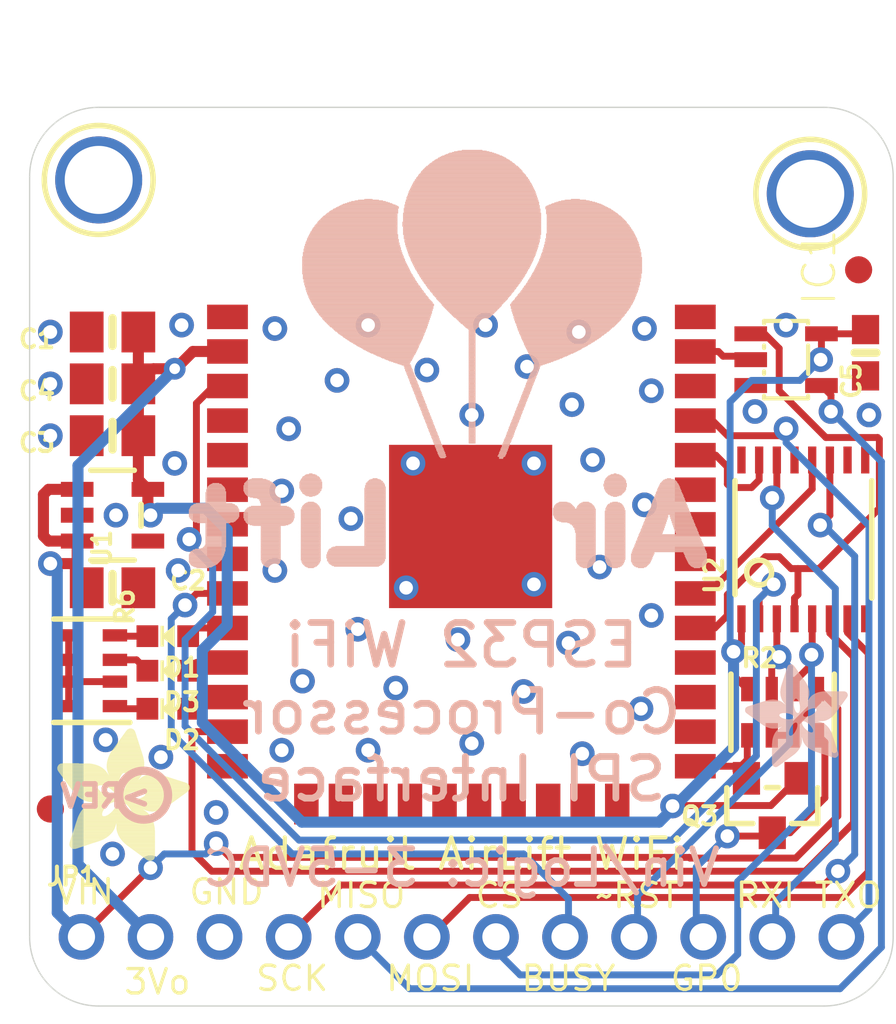
<source format=kicad_pcb>
(kicad_pcb (version 20211014) (generator pcbnew)
  (layers (0 "F.Cu" signal) (1 "In1.Cu" signal) (2 "In2.Cu" signal) (3 "In3.Cu" signal) (4 "In4.Cu" signal) (5 "In5.Cu" signal) (6 "In6.Cu" signal) (7 "In7.Cu" signal) (8 "In8.Cu" signal) (9 "In9.Cu" signal) (10 "In10.Cu" signal) (11 "In11.Cu" signal) (12 "In12.Cu" signal) (13 "In13.Cu" signal) (14 "In14.Cu" signal) (31 "B.Cu" signal) (34 "B.Paste" user) (35 "F.Paste" user) (36 "B.SilkS" user "B.Silkscreen") (37 "F.SilkS" user "F.Silkscreen") (38 "B.Mask" user) (39 "F.Mask" user) (44 "Edge.Cuts" user))
  (net 0 "")
  (net 1 "GND")
  (net 2 "VIN")
  (net 3 "3.3V")
  (net 4 "RESET")
  (net 5 "GPIO0")
  (net 6 "CS_3V")
  (net 7 "RXD")
  (net 8 "ESP_MISO")
  (net 9 "ESP_BUSY")
  (net 10 "SCK")
  (net 11 "MISO")
  (net 12 "MOSI")
  (net 13 "CS")
  (net 14 "RX_3V")
  (net 15 "ESP_TX")
  (net 16 "GPIO0_3V")
  (net 17 "MOSI_3V")
  (net 18 "SCK_3V")
  (net 19 "RESET_3V")
  (net 20 "RED")
  (net 21 "BLUE")
  (net 22 "GREEN")
  (net 23 "N$1")
  (net 24 "N$2")
  (net 25 "N$3")
  (footprint "boardEagle:0805-NO" (layer "F.Cu") (at 135.6741 96.7486 180)
    (fp_text reference "C1" (at 2.032 0.127 180) (layer "F.SilkS") (effects (font (size 0.666496 0.666496) (thickness 0.146304)) (justify right top)))
    (fp_text value "10uF")
    (pad "1" smd rect (at -0.95 0 180) (size 1.24 1.5) (layers "F.Cu" "F.Paste" "F.Mask") (net 3 "3.3V"))
    (pad "2" smd rect (at 0.95 0 180) (size 1.24 1.5) (layers "F.Cu" "F.Paste" "F.Mask") (net 1 "GND"))
  )
  (footprint "boardEagle:0603-NO" (layer "F.Cu") (at 163.3601 97.5106 -90)
    (fp_text reference "C5" (at 1.778 0.127 -90) (layer "F.SilkS") (effects (font (size 0.666496 0.666496) (thickness 0.146304)) (justify left bottom)))
    (fp_text value "0.1uF")
    (pad "1" smd rect (at -0.85 0 270) (size 1.075 1) (layers "F.Cu" "F.Paste" "F.Mask") (net 3 "3.3V"))
    (pad "2" smd rect (at 0.85 0 270) (size 1.075 1) (layers "F.Cu" "F.Paste" "F.Mask") (net 1 "GND"))
  )
  (footprint "boardEagle:SOT23-WIDE" (layer "F.Cu") (at 159.9311 114.1476 180)
    (fp_text reference "Q3" (at 1.905 0 180) (layer "F.SilkS") (effects (font (size 0.666496 0.666496) (thickness 0.146304)) (justify right top)))
    (fp_text value "BSS138")
    (pad "1" smd rect (at -0.95 1 180) (size 1 1.2) (layers "F.Cu" "F.Paste" "F.Mask") (net 3 "3.3V"))
    (pad "2" smd rect (at 0.95 1 180) (size 1 1.2) (layers "F.Cu" "F.Paste" "F.Mask") (net 16 "GPIO0_3V"))
    (pad "3" smd rect (at 0 -1 180) (size 1 1.2) (layers "F.Cu" "F.Paste" "F.Mask") (net 5 "GPIO0"))
  )
  (footprint "boardEagle:SOT23-5" (layer "F.Cu") (at 135.6741 103.4796 -90)
    (fp_text reference "U1" (at 1.978 0 -90) (layer "F.SilkS") (effects (font (size 0.666496 0.666496) (thickness 0.146304)) (justify left bottom)))
    (fp_text value "AP2112-3.3")
    (pad "1" smd rect (at -0.95 1.3001 270) (size 0.55 1.2) (layers "F.Cu" "F.Paste" "F.Mask") (net 2 "VIN"))
    (pad "2" smd rect (at 0 1.3001 270) (size 0.55 1.2) (layers "F.Cu" "F.Paste" "F.Mask") (net 1 "GND"))
    (pad "3" smd rect (at 0.95 1.3001 270) (size 0.55 1.2) (layers "F.Cu" "F.Paste" "F.Mask") (net 2 "VIN"))
    (pad "4" smd rect (at 0.95 -1.3001 270) (size 0.55 1.2) (layers "F.Cu" "F.Paste" "F.Mask"))
    (pad "5" smd rect (at -0.95 -1.3001 270) (size 0.55 1.2) (layers "F.Cu" "F.Paste" "F.Mask") (net 3 "3.3V"))
  )
  (footprint "boardEagle:MOUNTINGHOLE_2.5_PLATED" (layer "F.Cu") (at 161.3281 91.6686)
    (fp_text reference "U$16" hide)
    (fp_text value "MOUNTINGHOLE2.5" hide)
    (pad "P$1" thru_hole circle (at 0 0) (size 3.2 3.2) (drill 2.5) (layers *.Cu *.Mask))
  )
  (footprint "boardEagle:0805-NO" (layer "F.Cu") (at 135.6741 98.6536 180)
    (fp_text reference "C4" (at 2.032 0.127 180) (layer "F.SilkS") (effects (font (size 0.666496 0.666496) (thickness 0.146304)) (justify right top)))
    (fp_text value "10uF")
    (pad "1" smd rect (at -0.95 0 180) (size 1.24 1.5) (layers "F.Cu" "F.Paste" "F.Mask") (net 3 "3.3V"))
    (pad "2" smd rect (at 0.95 0 180) (size 1.24 1.5) (layers "F.Cu" "F.Paste" "F.Mask") (net 1 "GND"))
  )
  (footprint "boardEagle:FIDUCIAL_1MM" (layer "F.Cu") (at 133.3881 114.2746)
    (fp_text reference "FID1" hide)
    (fp_text value "FIDUCIAL_1MM" hide)
    (pad "1" smd roundrect (at 0 0) (size 1 1) (layers "F.Cu" "F.Mask") (roundrect_rratio 0.5))
  )
  (footprint "boardEagle:TSSOP16" (layer "F.Cu") (at 161.0741 104.3686)
    (fp_text reference "U2" (at -2.8956 2.0828 90) (layer "F.SilkS") (effects (font (size 0.666496 0.666496) (thickness 0.146304)) (justify left bottom)))
    (fp_text value "74AHC4050")
    (pad "1" smd rect (at -2.275 2.9178) (size 0.3048 0.9906) (layers "F.Cu" "F.Paste" "F.Mask") (net 3 "3.3V"))
    (pad "2" smd rect (at -1.625 2.9178) (size 0.3048 0.9906) (layers "F.Cu" "F.Paste" "F.Mask") (net 19 "RESET_3V"))
    (pad "3" smd rect (at -0.975 2.9178) (size 0.3048 0.9906) (layers "F.Cu" "F.Paste" "F.Mask") (net 4 "RESET"))
    (pad "4" smd rect (at -0.325 2.9178) (size 0.3048 0.9906) (layers "F.Cu" "F.Paste" "F.Mask") (net 6 "CS_3V"))
    (pad "5" smd rect (at 0.325 2.9178) (size 0.3048 0.9906) (layers "F.Cu" "F.Paste" "F.Mask") (net 13 "CS"))
    (pad "6" smd rect (at 0.975 2.9178) (size 0.3048 0.9906) (layers "F.Cu" "F.Paste" "F.Mask") (net 17 "MOSI_3V"))
    (pad "7" smd rect (at 1.625 2.9178) (size 0.3048 0.9906) (layers "F.Cu" "F.Paste" "F.Mask") (net 12 "MOSI"))
    (pad "8" smd rect (at 2.275 2.9178) (size 0.3048 0.9906) (layers "F.Cu" "F.Paste" "F.Mask") (net 1 "GND"))
    (pad "9" smd rect (at 2.275 -2.9178) (size 0.3048 0.9906) (layers "F.Cu" "F.Paste" "F.Mask"))
    (pad "10" smd rect (at 1.625 -2.9178) (size 0.3048 0.9906) (layers "F.Cu" "F.Paste" "F.Mask"))
    (pad "11" smd rect (at 0.975 -2.9178) (size 0.3048 0.9906) (layers "F.Cu" "F.Paste" "F.Mask") (net 10 "SCK"))
    (pad "12" smd rect (at 0.325 -2.9178) (size 0.3048 0.9906) (layers "F.Cu" "F.Paste" "F.Mask") (net 18 "SCK_3V"))
    (pad "13" smd rect (at -0.325 -2.9178) (size 0.3048 0.9906) (layers "F.Cu" "F.Paste" "F.Mask"))
    (pad "14" smd rect (at -0.975 -2.9178) (size 0.3048 0.9906) (layers "F.Cu" "F.Paste" "F.Mask") (net 7 "RXD"))
    (pad "15" smd rect (at -1.625 -2.9178) (size 0.3048 0.9906) (layers "F.Cu" "F.Paste" "F.Mask") (net 14 "RX_3V"))
    (pad "16" smd rect (at -2.275 -2.9178) (size 0.3048 0.9906) (layers "F.Cu" "F.Paste" "F.Mask"))
  )
  (footprint "boardEagle:WROOM32" (layer "F.Cu") (at 148.5011 101.1936)
    (fp_text reference "X1" hide)
    (fp_text value "ESP32_WROOM32" hide)
    (pad "1" smd rect (at -8.6 -5 180) (size 1.5 0.9) (layers "F.Cu" "F.Paste" "F.Mask") (net 1 "GND"))
    (pad "2" smd rect (at -8.6 -3.73 180) (size 1.5 0.9) (layers "F.Cu" "F.Paste" "F.Mask") (net 3 "3.3V"))
    (pad "3" smd rect (at -8.6 -2.46 180) (size 1.5 0.9) (layers "F.Cu" "F.Paste" "F.Mask") (net 19 "RESET_3V"))
    (pad "4" smd rect (at -8.6 -1.19 180) (size 1.5 0.9) (layers "F.Cu" "F.Paste" "F.Mask"))
    (pad "5" smd rect (at -8.6 0.08 180) (size 1.5 0.9) (layers "F.Cu" "F.Paste" "F.Mask"))
    (pad "6" smd rect (at -8.6 1.35 180) (size 1.5 0.9) (layers "F.Cu" "F.Paste" "F.Mask"))
    (pad "7" smd rect (at -8.6 2.62 180) (size 1.5 0.9) (layers "F.Cu" "F.Paste" "F.Mask"))
    (pad "8" smd rect (at -8.6 3.89 180) (size 1.5 0.9) (layers "F.Cu" "F.Paste" "F.Mask"))
    (pad "9" smd rect (at -8.6 5.16 180) (size 1.5 0.9) (layers "F.Cu" "F.Paste" "F.Mask") (net 9 "ESP_BUSY"))
    (pad "10" smd rect (at -8.6 6.43 180) (size 1.5 0.9) (layers "F.Cu" "F.Paste" "F.Mask") (net 22 "GREEN"))
    (pad "11" smd rect (at -8.6 7.7 180) (size 1.5 0.9) (layers "F.Cu" "F.Paste" "F.Mask") (net 20 "RED"))
    (pad "12" smd rect (at -8.6 8.97 180) (size 1.5 0.9) (layers "F.Cu" "F.Paste" "F.Mask") (net 21 "BLUE"))
    (pad "13" smd rect (at -8.6 10.24 180) (size 1.5 0.9) (layers "F.Cu" "F.Paste" "F.Mask") (net 17 "MOSI_3V"))
    (pad "14" smd rect (at -8.6 11.51 180) (size 1.5 0.9) (layers "F.Cu" "F.Paste" "F.Mask"))
    (pad "15" smd rect (at -5.7 12.9 270) (size 1.5 0.9) (layers "F.Cu" "F.Paste" "F.Mask") (net 1 "GND"))
    (pad "16" smd rect (at -4.43 12.9 270) (size 1.5 0.9) (layers "F.Cu" "F.Paste" "F.Mask"))
    (pad "17" smd rect (at -3.16 12.9 270) (size 1.5 0.9) (layers "F.Cu" "F.Paste" "F.Mask"))
    (pad "18" smd rect (at -1.89 12.9 270) (size 1.5 0.9) (layers "F.Cu" "F.Paste" "F.Mask"))
    (pad "19" smd rect (at -0.62 12.9 270) (size 1.5 0.9) (layers "F.Cu" "F.Paste" "F.Mask"))
    (pad "20" smd rect (at 0.65 12.9 270) (size 1.5 0.9) (layers "F.Cu" "F.Paste" "F.Mask"))
    (pad "21" smd rect (at 1.92 12.9 270) (size 1.5 0.9) (layers "F.Cu" "F.Paste" "F.Mask"))
    (pad "22" smd rect (at 3.19 12.9 270) (size 1.5 0.9) (layers "F.Cu" "F.Paste" "F.Mask"))
    (pad "23" smd rect (at 4.46 12.9 270) (size 1.5 0.9) (layers "F.Cu" "F.Paste" "F.Mask"))
    (pad "24" smd rect (at 5.73 12.9 270) (size 1.5 0.9) (layers "F.Cu" "F.Paste" "F.Mask"))
    (pad "25" smd rect (at 8.6 11.51) (size 1.5 0.9) (layers "F.Cu" "F.Paste" "F.Mask") (net 16 "GPIO0_3V"))
    (pad "26" smd rect (at 8.6 10.24) (size 1.5 0.9) (layers "F.Cu" "F.Paste" "F.Mask"))
    (pad "27" smd rect (at 8.6 8.97) (size 1.5 0.9) (layers "F.Cu" "F.Paste" "F.Mask"))
    (pad "28" smd rect (at 8.6 7.7) (size 1.5 0.9) (layers "F.Cu" "F.Paste" "F.Mask"))
    (pad "29" smd rect (at 8.6 6.43) (size 1.5 0.9) (layers "F.Cu" "F.Paste" "F.Mask") (net 6 "CS_3V"))
    (pad "30" smd rect (at 8.6 5.16) (size 1.5 0.9) (layers "F.Cu" "F.Paste" "F.Mask") (net 18 "SCK_3V"))
    (pad "31" smd rect (at 8.6 3.89) (size 1.5 0.9) (layers "F.Cu" "F.Paste" "F.Mask"))
    (pad "32" smd rect (at 8.6 2.62) (size 1.5 0.9) (layers "F.Cu" "F.Paste" "F.Mask"))
    (pad "33" smd rect (at 8.6 1.35) (size 1.5 0.9) (layers "F.Cu" "F.Paste" "F.Mask"))
    (pad "34" smd rect (at 8.6 0.08) (size 1.5 0.9) (layers "F.Cu" "F.Paste" "F.Mask") (net 14 "RX_3V"))
    (pad "35" smd rect (at 8.6 -1.19) (size 1.5 0.9) (layers "F.Cu" "F.Paste" "F.Mask") (net 15 "ESP_TX"))
    (pad "36" smd rect (at 8.6 -2.46) (size 1.5 0.9) (layers "F.Cu" "F.Paste" "F.Mask"))
    (pad "37" smd rect (at 8.6 -3.73) (size 1.5 0.9) (layers "F.Cu" "F.Paste" "F.Mask") (net 8 "ESP_MISO"))
    (pad "38" smd rect (at 8.6 -5) (size 1.5 0.9) (layers "F.Cu" "F.Paste" "F.Mask") (net 1 "GND"))
    (pad "P$1" smd rect (at 0.34 2.7) (size 6 6) (layers "F.Cu" "F.Paste" "F.Mask") (net 1 "GND"))
  )
  (footprint "boardEagle:CHIPLED_0603_NOOUTLINE" (layer "F.Cu") (at 137.7061 107.9246 90)
    (fp_text reference "D1" (at -0.762 1.27 180) (layer "F.SilkS") (effects (font (size 0.666496 0.666496) (thickness 0.146304)) (justify right top)))
    (fp_text value "GREEN")
    (pad "A" smd rect (at 0 0.75 90) (size 0.8 0.8) (layers "F.Cu" "F.Paste" "F.Mask") (net 22 "GREEN"))
    (pad "C" smd rect (at 0 -0.75 90) (size 0.8 0.8) (layers "F.Cu" "F.Paste" "F.Mask") (net 24 "N$2"))
  )
  (footprint "boardEagle:ADAFRUIT_5MM" (layer "F.Cu") (at 133.6421 116.1796)
    (fp_text reference "U$21" hide)
    (fp_text value "" hide)
  )
  (footprint "boardEagle:1X12_ROUND" (layer "F.Cu") (at 148.5011 118.9736)
    (fp_text reference "JP1" (at -15.3162 -1.8288) (layer "F.SilkS") (effects (font (size 0.666496 0.666496) (thickness 0.146304)) (justify left bottom)))
    (fp_text value "")
    (pad "1" thru_hole circle (at -13.97 0 90) (size 1.6764 1.6764) (drill 1) (layers *.Cu *.Mask) (net 2 "VIN"))
    (pad "2" thru_hole circle (at -11.43 0 90) (size 1.6764 1.6764) (drill 1) (layers *.Cu *.Mask) (net 3 "3.3V"))
    (pad "3" thru_hole circle (at -8.89 0 90) (size 1.6764 1.6764) (drill 1) (layers *.Cu *.Mask) (net 1 "GND"))
    (pad "4" thru_hole circle (at -6.35 0 90) (size 1.6764 1.6764) (drill 1) (layers *.Cu *.Mask) (net 10 "SCK"))
    (pad "5" thru_hole circle (at -3.81 0 90) (size 1.6764 1.6764) (drill 1) (layers *.Cu *.Mask) (net 11 "MISO"))
    (pad "6" thru_hole circle (at -1.27 0 90) (size 1.6764 1.6764) (drill 1) (layers *.Cu *.Mask) (net 12 "MOSI"))
    (pad "7" thru_hole circle (at 1.27 0 90) (size 1.6764 1.6764) (drill 1) (layers *.Cu *.Mask) (net 13 "CS"))
    (pad "8" thru_hole circle (at 3.81 0 90) (size 1.6764 1.6764) (drill 1) (layers *.Cu *.Mask) (net 9 "ESP_BUSY"))
    (pad "9" thru_hole circle (at 6.35 0 90) (size 1.6764 1.6764) (drill 1) (layers *.Cu *.Mask) (net 4 "RESET"))
    (pad "10" thru_hole circle (at 8.89 0 90) (size 1.6764 1.6764) (drill 1) (layers *.Cu *.Mask) (net 5 "GPIO0"))
    (pad "11" thru_hole circle (at 11.43 0 90) (size 1.6764 1.6764) (drill 1) (layers *.Cu *.Mask) (net 7 "RXD"))
    (pad "12" thru_hole circle (at 13.97 0 90) (size 1.6764 1.6764) (drill 1) (layers *.Cu *.Mask) (net 15 "ESP_TX"))
  )
  (footprint "boardEagle:RESPACK_4X0603" (layer "F.Cu") (at 134.9121 109.1946 -90)
    (fp_text reference "R6" (at -1.6 -1.6 -90) (layer "F.SilkS") (effects (font (size 0.666496 0.666496) (thickness 0.146304)) (justify left bottom)))
    (fp_text value "1K")
    (pad "1" smd rect (at -1.3 0.85 270) (size 0.45 0.9) (layers "F.Cu" "F.Paste" "F.Mask") (net 1 "GND"))
    (pad "2" smd rect (at -0.4 0.85 270) (size 0.45 0.9) (layers "F.Cu" "F.Paste" "F.Mask") (net 1 "GND"))
    (pad "3" smd rect (at 0.4 0.85 270) (size 0.45 0.9) (layers "F.Cu" "F.Paste" "F.Mask") (net 1 "GND"))
    (pad "4" smd rect (at 1.3 0.85 270) (size 0.45 0.9) (layers "F.Cu" "F.Paste" "F.Mask") (net 1 "GND"))
    (pad "5" smd rect (at 1.3 -0.85 270) (size 0.45 0.9) (layers "F.Cu" "F.Paste" "F.Mask") (net 25 "N$3"))
    (pad "6" smd rect (at 0.4 -0.85 270) (size 0.45 0.9) (layers "F.Cu" "F.Paste" "F.Mask") (net 1 "GND"))
    (pad "7" smd rect (at -0.4 -0.85 270) (size 0.45 0.9) (layers "F.Cu" "F.Paste" "F.Mask") (net 23 "N$1"))
    (pad "8" smd rect (at -1.3 -0.85 270) (size 0.45 0.9) (layers "F.Cu" "F.Paste" "F.Mask") (net 24 "N$2"))
  )
  (footprint "boardEagle:SOT23-5L" (layer "F.Cu") (at 160.4391 97.7646 -90)
    (fp_text reference "IC1" (at -1.905 -1.905 -90) (layer "F.SilkS") (effects (font (size 1.1684 1.1684) (thickness 0.1016)) (justify left bottom)))
    (fp_text value "74AHC1G125")
    (pad "1" smd rect (at -0.95 1.3 270) (size 0.55 1.2) (layers "F.Cu" "F.Paste" "F.Mask") (net 6 "CS_3V"))
    (pad "2" smd rect (at 0 1.3 270) (size 0.55 1.2) (layers "F.Cu" "F.Paste" "F.Mask") (net 8 "ESP_MISO"))
    (pad "3" smd rect (at 0.95 1.3 270) (size 0.55 1.2) (layers "F.Cu" "F.Paste" "F.Mask") (net 1 "GND"))
    (pad "4" smd rect (at 0.95 -1.3 270) (size 0.55 1.2) (layers "F.Cu" "F.Paste" "F.Mask") (net 11 "MISO"))
    (pad "5" smd rect (at -0.95 -1.3 270) (size 0.55 1.2) (layers "F.Cu" "F.Paste" "F.Mask") (net 3 "3.3V"))
  )
  (footprint "boardEagle:RESPACK_4X0603" (layer "F.Cu") (at 160.3121 110.7186)
    (fp_text reference "R2" (at -1.6 -1.6) (layer "F.SilkS") (effects (font (size 0.666496 0.666496) (thickness 0.146304)) (justify left bottom)))
    (fp_text value "10K")
    (pad "1" smd rect (at -1.3 0.85) (size 0.45 0.9) (layers "F.Cu" "F.Paste" "F.Mask") (net 16 "GPIO0_3V"))
    (pad "2" smd rect (at -0.4 0.85) (size 0.45 0.9) (layers "F.Cu" "F.Paste" "F.Mask") (net 2 "VIN"))
    (pad "3" smd rect (at 0.4 0.85) (size 0.45 0.9) (layers "F.Cu" "F.Paste" "F.Mask") (net 2 "VIN"))
    (pad "4" smd rect (at 1.3 0.85) (size 0.45 0.9) (layers "F.Cu" "F.Paste" "F.Mask") (net 5 "GPIO0"))
    (pad "5" smd rect (at 1.3 -0.85) (size 0.45 0.9) (layers "F.Cu" "F.Paste" "F.Mask") (net 2 "VIN"))
    (pad "6" smd rect (at 0.4 -0.85) (size 0.45 0.9) (layers "F.Cu" "F.Paste" "F.Mask") (net 13 "CS"))
    (pad "7" smd rect (at -0.4 -0.85) (size 0.45 0.9) (layers "F.Cu" "F.Paste" "F.Mask") (net 4 "RESET"))
    (pad "8" smd rect (at -1.3 -0.85) (size 0.45 0.9) (layers "F.Cu" "F.Paste" "F.Mask") (net 3 "3.3V"))
  )
  (footprint "boardEagle:CHIPLED_0603_NOOUTLINE" (layer "F.Cu") (at 137.7061 109.1946 90)
    (fp_text reference "D3" (at -0.762 1.27 180) (layer "F.SilkS") (effects (font (size 0.666496 0.666496) (thickness 0.146304)) (justify right top)))
    (fp_text value "RED")
    (pad "A" smd rect (at 0 0.75 90) (size 0.8 0.8) (layers "F.Cu" "F.Paste" "F.Mask") (net 20 "RED"))
    (pad "C" smd rect (at 0 -0.75 90) (size 0.8 0.8) (layers "F.Cu" "F.Paste" "F.Mask") (net 23 "N$1"))
  )
  (footprint "boardEagle:CHIPLED_0603_NOOUTLINE" (layer "F.Cu") (at 137.7061 110.5916 90)
    (fp_text reference "D2" (at -0.762 1.27 180) (layer "F.SilkS") (effects (font (size 0.666496 0.666496) (thickness 0.146304)) (justify right top)))
    (fp_text value "BLUE")
    (pad "A" smd rect (at 0 0.75 90) (size 0.8 0.8) (layers "F.Cu" "F.Paste" "F.Mask") (net 21 "BLUE"))
    (pad "C" smd rect (at 0 -0.75 90) (size 0.8 0.8) (layers "F.Cu" "F.Paste" "F.Mask") (net 25 "N$3"))
  )
  (footprint "boardEagle:0805-NO" (layer "F.Cu") (at 135.6741 106.1466)
    (fp_text reference "C2" (at 2.032 0.127) (layer "F.SilkS") (effects (font (size 0.666496 0.666496) (thickness 0.146304)) (justify left bottom)))
    (fp_text value "10uF")
    (pad "1" smd rect (at -0.95 0) (size 1.24 1.5) (layers "F.Cu" "F.Paste" "F.Mask") (net 2 "VIN"))
    (pad "2" smd rect (at 0.95 0) (size 1.24 1.5) (layers "F.Cu" "F.Paste" "F.Mask") (net 1 "GND"))
  )
  (footprint "boardEagle:FIDUCIAL_1MM" (layer "F.Cu") (at 163.1061 94.4626)
    (fp_text reference "FID3" hide)
    (fp_text value "FIDUCIAL_1MM" hide)
    (pad "1" smd roundrect (at 0 0) (size 1 1) (layers "F.Cu" "F.Mask") (roundrect_rratio 0.5))
  )
  (footprint "boardEagle:MOUNTINGHOLE_2.5_PLATED" (layer "F.Cu") (at 135.1661 91.1606)
    (fp_text reference "U$15" hide)
    (fp_text value "MOUNTINGHOLE2.5" hide)
    (pad "P$1" thru_hole circle (at 0 0) (size 3.2 3.2) (drill 2.5) (layers *.Cu *.Mask))
  )
  (footprint "boardEagle:0805-NO" (layer "F.Cu") (at 135.6741 100.5586 180)
    (fp_text reference "C3" (at 2.032 0.127 180) (layer "F.SilkS") (effects (font (size 0.666496 0.666496) (thickness 0.146304)) (justify right top)))
    (fp_text value "10uF")
    (pad "1" smd rect (at -0.95 0 180) (size 1.24 1.5) (layers "F.Cu" "F.Paste" "F.Mask") (net 3 "3.3V"))
    (pad "2" smd rect (at 0.95 0 180) (size 1.24 1.5) (layers "F.Cu" "F.Paste" "F.Mask") (net 1 "GND"))
  )
  (footprint "boardEagle:AIRLIFT" (layer "B.Cu") (at 157.5181 106.7816 180)
    (fp_text reference "U$24" hide)
    (fp_text value "" hide)
  )
  (footprint "boardEagle:PCBFEAT-REV-040" (layer "B.Cu") (at 136.8171 113.7666 180)
    (fp_text reference "U$13" hide)
    (fp_text value "" hide)
    (fp_text user ">REV" (at -0.3556 -0.508) (layer "B.SilkS") (effects (font (size 0.8128 0.8128) (thickness 0.2032)) (justify left bottom mirror)))
  )
  (footprint "boardEagle:ADAFRUIT_3.5MM" (layer "B.Cu") (at 162.7251 112.7506 180)
    (fp_text reference "U$2" hide)
    (fp_text value "" hide)
  )
  (gr_arc (start 164.3761 118.9736) (mid 163.632151 120.769651) (end 161.8361 121.5136) (layer "Edge.Cuts") (width 0.05))
  (gr_line (start 164.3761 118.9736) (end 164.3761 91.0336) (layer "Edge.Cuts") (width 0.05))
  (gr_line (start 132.6261 91.0336) (end 132.6261 118.9736) (layer "Edge.Cuts") (width 0.05))
  (gr_arc (start 161.8361 88.4936) (mid 163.632151 89.237549) (end 164.3761 91.0336) (layer "Edge.Cuts") (width 0.05))
  (gr_arc (start 135.1661 121.5136) (mid 133.370049 120.769651) (end 132.6261 118.9736) (layer "Edge.Cuts") (width 0.05))
  (gr_line (start 161.8361 88.4936) (end 135.1661 88.4936) (layer "Edge.Cuts") (width 0.05))
  (gr_line (start 135.1661 121.5136) (end 161.8361 121.5136) (layer "Edge.Cuts") (width 0.05))
  (gr_arc (start 132.6261 91.0336) (mid 133.370049 89.237549) (end 135.1661 88.4936) (layer "Edge.Cuts") (width 0.05))
  (gr_text "ESP32 WiFi\nCo-Processor\nSPI Interface" (at 148.5011 110.7186) (layer "B.SilkS") (effects (font (size 1.52908 1.52908) (thickness 0.24892)) (justify mirror)))
  (gr_text "Vin/Logic: 3-5VDC" (at 148.5011 116.4336) (layer "B.SilkS") (effects (font (size 1.31064 1.31064) (thickness 0.21336)) (justify mirror)))
  (gr_text "RXI" (at 159.6771 117.4496) (layer "F.SilkS") (effects (font (size 0.89408 0.89408) (thickness 0.12192))))
  (gr_text "MISO" (at 144.8181 117.4496) (layer "F.SilkS") (effects (font (size 0.89408 0.89408) (thickness 0.12192))))
  (gr_text "GND" (at 139.8651 117.3226) (layer "F.SilkS") (effects (font (size 0.89408 0.89408) (thickness 0.12192))))
  (gr_text "~RST" (at 154.9781 117.4496) (layer "F.SilkS") (effects (font (size 0.89408 0.89408) (thickness 0.12192))))
  (gr_text "3Vo" (at 137.3251 120.6246) (layer "F.SilkS") (effects (font (size 0.89408 0.89408) (thickness 0.12192))))
  (gr_text "BUSY" (at 152.4381 120.4976) (layer "F.SilkS") (effects (font (size 0.89408 0.89408) (thickness 0.12192))))
  (gr_text "CS" (at 149.8981 117.4496) (layer "F.SilkS") (effects (font (size 0.89408 0.89408) (thickness 0.12192))))
  (gr_text "VIN" (at 134.6581 117.3226) (layer "F.SilkS") (effects (font (size 0.89408 0.89408) (thickness 0.12192))))
  (gr_text "TXO" (at 162.7251 117.4496) (layer "F.SilkS") (effects (font (size 0.89408 0.89408) (thickness 0.12192))))
  (gr_text "SCK" (at 142.2781 120.4976) (layer "F.SilkS") (effects (font (size 0.89408 0.89408) (thickness 0.12192))))
  (gr_text "Adafruit AirLift WiFi" (at 148.5011 115.9256) (layer "F.SilkS") (effects (font (size 1.1176 1.1176) (thickness 0.1524))))
  (gr_text "GP0" (at 157.5181 120.4976) (layer "F.SilkS") (effects (font (size 0.89408 0.89408) (thickness 0.12192))))
  (gr_text "MOSI" (at 147.3581 120.4976) (layer "F.SilkS") (effects (font (size 0.89408 0.89408) (thickness 0.12192))))
  (segment (start 134.0621 108.7946) (end 134.0621 109.5946) (width 0.254) (layer "F.Cu") (net 1))
  (segment (start 135.7621 109.5946) (end 134.0621 109.5946) (width 0.254) (layer "F.Cu") (net 1))
  (segment (start 134.0621 107.8946) (end 134.0621 108.7946) (width 0.254) (layer "F.Cu") (net 1))
  (segment (start 134.0621 109.5946) (end 134.0621 110.4946) (width 0.254) (layer "F.Cu") (net 1))
  (via (at 143.9291 98.5266) (size 0.9064) (drill 0.5) (layers "F.Cu" "B.Cu") (net 1))
  (via (at 144.6911 107.6706) (size 0.9064) (drill 0.5) (layers "F.Cu" "B.Cu") (net 1))
  (via (at 141.8971 102.5906) (size 0.9064) (drill 0.5) (layers "F.Cu" "B.Cu") (net 1))
  (via (at 139.4841 114.4016) (size 0.9064) (drill 0.5) (layers "F.Cu" "B.Cu") (net 1))
  (via (at 135.6741 115.9256) (size 0.9064) (drill 0.5) (layers "F.Cu" "B.Cu") (net 1))
  (via (at 160.4391 96.4946) (size 0.9064) (drill 0.5) (layers "F.Cu" "B.Cu") (net 1))
  (via (at 137.9601 101.5746) (size 0.9064) (drill 0.5) (layers "F.Cu" "B.Cu") (net 1))
  (via (at 146.0881 109.8296) (size 0.9064) (drill 0.5) (layers "F.Cu" "B.Cu") (net 1))
  (via (at 155.4861 98.9076) (size 0.9064) (drill 0.5) (layers "F.Cu" "B.Cu") (net 1))
  (via (at 152.5651 99.4156) (size 0.9064) (drill 0.5) (layers "F.Cu" "B.Cu") (net 1))
  (via (at 148.8821 99.7966) (size 0.9064) (drill 0.5) (layers "F.Cu" "B.Cu") (net 1))
  (via (at 152.4381 108.1786) (size 0.9064) (drill 0.5) (layers "F.Cu" "B.Cu") (net 1))
  (via (at 155.1051 110.5916) (size 0.9064) (drill 0.5) (layers "F.Cu" "B.Cu") (net 1))
  (via (at 137.4521 112.3696) (size 0.9064) (drill 0.5) (layers "F.Cu" "B.Cu") (net 1))
  (via (at 133.3881 96.7486) (size 0.9064) (drill 0.5) (layers "F.Cu" "B.Cu") (net 1))
  (via (at 145.0721 112.1156) (size 0.9064) (drill 0.5) (layers "F.Cu" "B.Cu") (net 1))
  (via (at 146.7231 101.5746) (size 0.9064) (drill 0.5) (layers "F.Cu" "B.Cu") (net 1))
  (via (at 135.4201 111.7346) (size 0.9064) (drill 0.5) (layers "F.Cu" "B.Cu") (net 1))
  (via (at 148.3741 108.0516) (size 0.9064) (drill 0.5) (layers "F.Cu" "B.Cu") (net 1))
  (via (at 151.1681 101.5746) (size 0.9064) (drill 0.5) (layers "F.Cu" "B.Cu") (net 1))
  (via (at 141.8971 112.1156) (size 0.9064) (drill 0.5) (layers "F.Cu" "B.Cu") (net 1))
  (via (at 155.4861 107.1626) (size 0.9064) (drill 0.5) (layers "F.Cu" "B.Cu") (net 1))
  (via (at 149.3901 96.4946) (size 0.9064) (drill 0.5) (layers "F.Cu" "B.Cu") (net 1))
  (via (at 150.9141 98.0186) (size 0.9064) (drill 0.5) (layers "F.Cu" "B.Cu") (net 1))
  (via (at 141.6431 96.6216) (size 0.9064) (drill 0.5) (layers "F.Cu" "B.Cu") (net 1))
  (via (at 138.0871 105.5116) (size 0.9064) (drill 0.5) (layers "F.Cu" "B.Cu") (net 1))
  (via (at 152.9461 112.2426) (size 0.9064) (drill 0.5) (layers "F.Cu" "B.Cu") (net 1))
  (via (at 150.7871 109.9566) (size 0.9064) (drill 0.5) (layers "F.Cu" "B.Cu") (net 1))
  (via (at 155.2321 96.6216) (size 0.9064) (drill 0.5) (layers "F.Cu" "B.Cu") (net 1))
  (via (at 133.3881 100.5586) (size 0.9064) (drill 0.5) (layers "F.Cu" "B.Cu") (net 1))
  (via (at 135.8011 103.4796) (size 0.9064) (drill 0.5) (layers "F.Cu" "B.Cu") (net 1))
  (via (at 133.3881 98.6536) (size 0.9064) (drill 0.5) (layers "F.Cu" "B.Cu") (net 1))
  (via (at 159.2961 99.6696) (size 0.9064) (drill 0.5) (layers "F.Cu" "B.Cu") (net 1))
  (via (at 141.6431 105.5116) (size 0.9064) (drill 0.5) (layers "F.Cu" "B.Cu") (net 1))
  (via (at 148.8821 111.8616) (size 0.9064) (drill 0.5) (layers "F.Cu" "B.Cu") (net 1))
  (via (at 155.2321 103.0986) (size 0.9064) (drill 0.5) (layers "F.Cu" "B.Cu") (net 1))
  (via (at 151.1681 106.0196) (size 0.9064) (drill 0.5) (layers "F.Cu" "B.Cu") (net 1))
  (via (at 145.0721 96.4946) (size 0.9064) (drill 0.5) (layers "F.Cu" "B.Cu") (net 1))
  (via (at 142.1511 100.3046) (size 0.9064) (drill 0.5) (layers "F.Cu" "B.Cu") (net 1))
  (via (at 152.8191 96.7486) (size 0.9064) (drill 0.5) (layers "F.Cu" "B.Cu") (net 1))
  (via (at 142.6591 109.5756) (size 0.9064) (drill 0.5) (layers "F.Cu" "B.Cu") (net 1))
  (via (at 153.5811 105.3846) (size 0.9064) (drill 0.5) (layers "F.Cu" "B.Cu") (net 1))
  (via (at 146.4691 106.1466) (size 0.9064) (drill 0.5) (layers "F.Cu" "B.Cu") (net 1))
  (via (at 147.2311 98.1456) (size 0.9064) (drill 0.5) (layers "F.Cu" "B.Cu") (net 1))
  (via (at 163.4871 99.7966) (size 0.9064) (drill 0.5) (layers "F.Cu" "B.Cu") (net 1))
  (via (at 153.3271 101.4476) (size 0.9064) (drill 0.5) (layers "F.Cu" "B.Cu") (net 1))
  (via (at 138.2141 96.4946) (size 0.9064) (drill 0.5) (layers "F.Cu" "B.Cu") (net 1))
  (via (at 144.4371 103.6066) (size 0.9064) (drill 0.5) (layers "F.Cu" "B.Cu") (net 1))
  (segment (start 134.7241 106.1466) (end 134.374 105.7965) (width 0.4064) (layer "F.Cu") (net 2))
  (segment (start 156.8831 116.0526) (end 139.9921 116.0526) (width 0.254) (layer "F.Cu") (net 2))
  (segment (start 161.6121 109.8686) (end 161.6121 110.3076) (width 0.254) (layer "F.Cu") (net 2))
  (segment (start 160.6931 111.5686) (end 160.7121 111.5686) (width 0.254) (layer "F.Cu") (net 2))
  (segment (start 162.3441 110.5916) (end 162.3441 114.5286) (width 0.254) (layer "F.Cu") (net 2))
  (segment (start 156.9083 116.0778) (end 156.8831 116.0526) (width 0.254) (layer "F.Cu") (net 2))
  (segment (start 161.6121 109.8686) (end 161.6211 109.8686) (width 0.254) (layer "F.Cu") (net 2))
  (segment (start 133.3881 105.2576) (end 134.374 105.2576) (width 0.4064) (layer "F.Cu") (net 2))
  (segment (start 161.6121 110.3076) (end 160.6931 111.2266) (width 0.254) (layer "F.Cu") (net 2))
  (segment (start 137.0711 116.4336) (end 134.5311 118.9736) (width 0.254) (layer "F.Cu") (net 2))
  (segment (start 160.6931 111.2266) (end 160.6931 111.5686) (width 0.254) (layer "F.Cu") (net 2))
  (segment (start 160.7949 116.0778) (end 156.9083 116.0778) (width 0.254) (layer "F.Cu") (net 2))
  (segment (start 133.1341 102.7176) (end 133.1341 104.2416) (width 0.4064) (layer "F.Cu") (net 2))
  (segment (start 134.374 102.5296) (end 133.3221 102.5296) (width 0.4064) (layer "F.Cu") (net 2))
  (segment (start 134.374 105.2576) (end 134.374 105.7965) (width 0.4064) (layer "F.Cu") (net 2))
  (segment (start 133.3221 102.5296) (end 133.1341 102.7176) (width 0.4064) (layer "F.Cu") (net 2))
  (segment (start 134.374 104.4296) (end 134.374 105.2576) (width 0.4064) (layer "F.Cu") (net 2))
  (segment (start 159.9121 111.5686) (end 160.6931 111.5686) (width 0.254) (layer "F.Cu") (net 2))
  (segment (start 139.9921 116.0526) (end 139.4841 115.5446) (width 0.254) (layer "F.Cu") (net 2))
  (segment (start 162.3441 114.5286) (end 160.7949 116.0778) (width 0.254) (layer "F.Cu") (net 2))
  (segment (start 134.374 104.4296) (end 133.3221 104.4296) (width 0.4064) (layer "F.Cu") (net 2))
  (segment (start 161.6211 109.8686) (end 162.3441 110.5916) (width 0.254) (layer "F.Cu") (net 2))
  (segment (start 133.3221 104.4296) (end 133.1341 104.2416) (width 0.4064) (layer "F.Cu") (net 2))
  (via (at 133.3881 105.2576) (size 0.9064) (drill 0.5) (layers "F.Cu" "B.Cu") (net 2))
  (via (at 139.4841 115.5446) (size 0.9064) (drill 0.5) (layers "F.Cu" "B.Cu") (net 2))
  (via (at 137.0711 116.4336) (size 0.9064) (drill 0.5) (layers "F.Cu" "B.Cu") (net 2))
  (segment (start 137.5791 115.9256) (end 137.0711 116.4336) (width 0.254) (layer "B.Cu") (net 2))
  (segment (start 133.3881 105.2576) (end 133.6421 105.5116) (width 0.4064) (layer "B.Cu") (net 2))
  (segment (start 139.4841 115.5446) (end 139.1031 115.9256) (width 0.254) (layer "B.Cu") (net 2))
  (segment (start 133.6421 105.5116) (end 133.6421 118.0846) (width 0.4064) (layer "B.Cu") (net 2))
  (segment (start 139.1031 115.9256) (end 137.5791 115.9256) (width 0.254) (layer "B.Cu") (net 2))
  (segment (start 133.6421 118.0846) (end 134.5311 118.9736) (width 0.4064) (layer "B.Cu") (net 2))
  (segment (start 161.7391 97.7346) (end 161.7091 97.7646) (width 0.254) (layer "F.Cu") (net 3))
  (segment (start 137.1791 98.0986) (end 136.6241 98.6536) (width 0.4064) (layer "F.Cu") (net 3))
  (segment (start 158.7991 107.2864) (end 158.7991 108.2027) (width 0.254) (layer "F.Cu") (net 3))
  (segment (start 158.55165 109.40815) (end 158.55165 108.45015) (width 0.254) (layer "F.Cu") (net 3))
  (segment (start 137.9601 98.0986) (end 137.1791 98.0986) (width 0.4064) (layer "F.Cu") (net 3))
  (segment (start 158.5075 108.4943) (end 158.55165 108.45015) (width 0.254) (layer "F.Cu") (net 3))
  (segment (start 156.26565 114.16515) (end 156.2481 114.1476) (width 0.254) (layer "F.Cu") (net 3))
  (segment (start 159.0121 109.8686) (end 158.55165 109.40815) (width 0.254) (layer "F.Cu") (net 3))
  (segment (start 163.3601 96.6606) (end 163.1061 96.6606) (width 0.254) (layer "F.Cu") (net 3))
  (segment (start 136.6241 96.7486) (end 136.6241 98.6536) (width 0.4064) (layer "F.Cu") (net 3))
  (segment (start 136.6241 98.6536) (end 136.6241 100.5586) (width 0.4064) (layer "F.Cu") (net 3))
  (segment (start 158.55165 108.45015) (end 158.7991 108.2027) (width 0.254) (layer "F.Cu") (net 3))
  (segment (start 136.6241 100.5586) (end 136.6241 102.1795) (width 0.4064) (layer "F.Cu") (net 3))
  (segment (start 137.9961 98.0986) (end 137.9601 98.0986) (width 0.4064) (layer "F.Cu") (net 3))
  (segment (start 159.8811 114.1476) (end 156.2481 114.1476) (width 0.254) (layer "F.Cu") (net 3))
  (segment (start 136.9742 103.3827) (end 136.9742 102.5296) (width 0.4064) (layer "F.Cu") (net 3))
  (segment (start 138.6311 97.4636) (end 137.9961 98.0986) (width 0.4064) (layer "F.Cu") (net 3))
  (segment (start 160.8811 113.1476) (end 159.8811 114.1476) (width 0.254) (layer "F.Cu") (net 3))
  (segment (start 161.7391 96.8146) (end 161.7391 97.7346) (width 0.254) (layer "F.Cu") (net 3))
  (segment (start 161.7391 96.8146) (end 162.9521 96.8146) (width 0.254) (layer "F.Cu") (net 3))
  (segment (start 139.9011 97.4636) (end 138.6311 97.4636) (width 0.4064) (layer "F.Cu") (net 3))
  (segment (start 136.9742 102.5296) (end 136.6241 102.1795) (width 0.4064) (layer "F.Cu") (net 3))
  (segment (start 137.0711 103.4796) (end 136.9742 103.3827) (width 0.4064) (layer "F.Cu") (net 3))
  (segment (start 163.1061 96.6606) (end 162.9521 96.8146) (width 0.254) (layer "F.Cu") (net 3))
  (via (at 137.0711 103.4796) (size 0.9064) (drill 0.5) (layers "F.Cu" "B.Cu") (net 3))
  (via (at 156.26565 114.16515) (size 0.9064) (drill 0.5) (layers "F.Cu" "B.Cu") (net 3))
  (via (at 161.7091 97.7646) (size 0.9064) (drill 0.5) (layers "F.Cu" "B.Cu") (net 3))
  (via (at 137.9601 98.0986) (size 0.8001) (drill 0.3937) (layers "F.Cu" "B.Cu") (net 3))
  (via (at 158.5075 108.4943) (size 0.9064) (drill 0.5) (layers "F.Cu" "B.Cu") (net 3))
  (segment (start 134.4041 116.3066) (end 137.0711 118.9736) (width 0.4064) (layer "B.Cu") (net 3))
  (segment (start 142.6337 114.7572) (end 138.9761 111.0996) (width 0.4064) (layer "B.Cu") (net 3))
  (segment (start 161.7091 97.7646) (end 160.9471 98.5266) (width 0.254) (layer "B.Cu") (net 3))
  (segment (start 160.9471 98.5266) (end 159.1691 98.5266) (width 0.254) (layer "B.Cu") (net 3))
  (segment (start 139.8905 104.013) (end 139.1031 103.2256) (width 0.4064) (layer "B.Cu") (net 3))
  (segment (start 158.3805 99.3152) (end 158.3805 108.4943) (width 0.254) (layer "B.Cu") (net 3))
  (segment (start 139.8905 107.5182) (end 139.8905 104.013) (width 0.4064) (layer "B.Cu") (net 3))
  (segment (start 155.773156 114.7572) (end 142.6337 114.7572) (width 0.4064) (layer "B.Cu") (net 3))
  (segment (start 156.26565 114.16515) (end 156.26565 114.264707) (width 0.4064) (layer "B.Cu") (net 3))
  (segment (start 159.1691 98.5266) (end 158.3805 99.3152) (width 0.254) (layer "B.Cu") (net 3))
  (segment (start 156.26565 114.264707) (end 155.773156 114.7572) (width 0.4064) (layer "B.Cu") (net 3))
  (segment (start 158.5075 108.4943) (end 158.5075 112.0152) (width 0.4064) (layer "B.Cu") (net 3))
  (segment (start 158.5075 112.0152) (end 156.35755 114.16515) (width 0.4064) (layer "B.Cu") (net 3))
  (segment (start 138.9761 111.0996) (end 138.9761 108.4326) (width 0.4064) (layer "B.Cu") (net 3))
  (segment (start 156.26565 114.16515) (end 156.35755 114.16515) (width 0.4064) (layer "B.Cu") (net 3))
  (segment (start 139.1031 103.2256) (end 137.3251 103.2256) (width 0.4064) (layer "B.Cu") (net 3))
  (segment (start 158.5075 108.4943) (end 158.3805 108.4943) (width 0.254) (layer "B.Cu") (net 3))
  (segment (start 137.3251 103.2256) (end 137.0711 103.4796) (width 0.4064) (layer "B.Cu") (net 3))
  (segment (start 137.9601 98.0986) (end 134.4041 101.654604) (width 0.4064) (layer "B.Cu") (net 3))
  (segment (start 134.4041 101.654604) (end 134.4041 116.3066) (width 0.4064) (layer "B.Cu") (net 3))
  (segment (start 138.9761 108.4326) (end 139.8905 107.5182) (width 0.4064) (layer "B.Cu") (net 3))
  (segment (start 160.0991 107.2864) (end 160.0991 108.6006) (width 0.254) (layer "F.Cu") (net 4))
  (segment (start 159.9121 108.7876) (end 159.9121 109.8686) (width 0.254) (layer "F.Cu") (net 4))
  (segment (start 160.0991 108.6006) (end 160.1851 108.6866) (width 0.254) (layer "F.Cu") (net 4))
  (segment (start 159.9121 108.7876) (end 160.0991 108.6006) (width 0.254) (layer "F.Cu") (net 4))
  (via (at 160.1851 108.6866) (size 0.9064) (drill 0.5) (layers "F.Cu" "B.Cu") (net 4))
  (segment (start 154.9781 117.4496) (end 154.9781 118.8466) (width 0.254) (layer "B.Cu") (net 4))
  (segment (start 160.5661 109.0676) (end 160.1851 108.6866) (width 0.254) (layer "B.Cu") (net 4))
  (segment (start 160.5661 109.0676) (end 160.5661 111.8616) (width 0.254) (layer "B.Cu") (net 4))
  (segment (start 160.5661 111.8616) (end 154.9781 117.4496) (width 0.254) (layer "B.Cu") (net 4))
  (segment (start 154.9781 118.8466) (end 154.8511 118.9736) (width 0.254) (layer "B.Cu") (net 4))
  (segment (start 160.5821 115.1476) (end 159.9311 115.1476) (width 0.254) (layer "F.Cu") (net 5))
  (segment (start 159.8095 115.2692) (end 158.2801 115.2692) (width 0.254) (layer "F.Cu") (net 5))
  (segment (start 159.9311 115.1476) (end 159.8095 115.2692) (width 0.254) (layer "F.Cu") (net 5))
  (segment (start 161.8661 111.8226) (end 161.6121 111.5686) (width 0.254) (layer "F.Cu") (net 5))
  (segment (start 160.5821 115.1476) (end 161.8661 113.8636) (width 0.254) (layer "F.Cu") (net 5))
  (segment (start 161.8661 111.8226) (end 161.8661 113.8636) (width 0.254) (layer "F.Cu") (net 5))
  (via (at 158.2801 115.2692) (size 0.9064) (drill 0.5) (layers "F.Cu" "B.Cu") (net 5))
  (segment (start 157.1371 118.7196) (end 157.1371 116.4122) (width 0.254) (layer "B.Cu") (net 5))
  (segment (start 157.3911 118.9736) (end 157.1371 118.7196) (width 0.254) (layer "B.Cu") (net 5))
  (segment (start 158.2801 115.2692) (end 157.1371 116.4122) (width 0.254) (layer "B.Cu") (net 5))
  (segment (start 163.8681 103.2256) (end 161.6531 105.4406) (width 0.254) (layer "F.Cu") (net 6))
  (segment (start 163.8681 100.6856) (end 163.8681 103.2256) (width 0.254) (layer "F.Cu") (net 6))
  (segment (start 157.8191 107.6236) (end 157.1011 107.6236) (width 0.254) (layer "F.Cu") (net 6))
  (segment (start 159.6471 96.8146) (end 159.1391 96.8146) (width 0.254) (layer "F.Cu") (net 6))
  (segment (start 160.1851 97.3526) (end 159.6471 96.8146) (width 0.254) (layer "F.Cu") (net 6))
  (segment (start 160.8761 105.4406) (end 160.8761 106.3974) (width 0.254) (layer "F.Cu") (net 6))
  (segment (start 161.9028 100.6253) (end 160.1851 98.9076) (width 0.254) (layer "F.Cu") (net 6))
  (segment (start 160.1851 97.3526) (end 160.1851 98.9076) (width 0.254) (layer "F.Cu") (net 6))
  (segment (start 161.6531 105.4406) (end 160.8761 105.4406) (width 0.254) (layer "F.Cu") (net 6))
  (segment (start 158.2801 107.1626) (end 158.2801 106.4006) (width 0.254) (layer "F.Cu") (net 6))
  (segment (start 163.8078 100.6253) (end 163.8681 100.6856) (width 0.254) (layer "F.Cu") (net 6))
  (segment (start 160.8761 106.3974) (end 160.7491 106.5244) (width 0.254) (layer "F.Cu") (net 6))
  (segment (start 158.2801 107.1626) (end 157.8191 107.6236) (width 0.254) (layer "F.Cu") (net 6))
  (segment (start 160.1851 105.0036) (end 159.6771 105.0036) (width 0.254) (layer "F.Cu") (net 6))
  (segment (start 161.9028 100.6253) (end 163.8078 100.6253) (width 0.254) (layer "F.Cu") (net 6))
  (segment (start 160.6221 105.4406) (end 160.8761 105.4406) (width 0.254) (layer "F.Cu") (net 6))
  (segment (start 160.7491 106.5244) (end 160.7491 107.2864) (width 0.254) (layer "F.Cu") (net 6))
  (segment (start 160.1851 105.0036) (end 160.6221 105.4406) (width 0.254) (layer "F.Cu") (net 6))
  (segment (start 159.6771 105.0036) (end 158.2801 106.4006) (width 0.254) (layer "F.Cu") (net 6))
  (segment (start 160.0991 102.6766) (end 159.9311 102.8446) (width 0.254) (layer "F.Cu") (net 7))
  (segment (start 160.0991 101.4508) (end 160.0991 102.6766) (width 0.254) (layer "F.Cu") (net 7))
  (via (at 159.9311 102.8446) (size 0.9064) (drill 0.5) (layers "F.Cu" "B.Cu") (net 7))
  (segment (start 162.25035 106.17985) (end 159.9311 103.8606) (width 0.254) (layer "B.Cu") (net 7))
  (segment (start 159.9311 102.8446) (end 159.9311 103.8606) (width 0.254) (layer "B.Cu") (net 7))
  (segment (start 160.0581 118.8466) (end 159.9311 118.9736) (width 0.254) (layer "B.Cu") (net 7))
  (segment (start 160.0581 117.7036) (end 160.0581 118.8466) (width 0.254) (layer "B.Cu") (net 7))
  (segment (start 162.25035 106.17985) (end 162.25035 115.51135) (width 0.254) (layer "B.Cu") (net 7))
  (segment (start 162.25035 115.51135) (end 160.0581 117.7036) (width 0.254) (layer "B.Cu") (net 7))
  (segment (start 157.1011 97.4636) (end 157.9491 97.4636) (width 0.254) (layer "F.Cu") (net 8))
  (segment (start 158.1231 97.6376) (end 157.9491 97.4636) (width 0.254) (layer "F.Cu") (net 8))
  (segment (start 159.0121 97.6376) (end 158.1231 97.6376) (width 0.254) (layer "F.Cu") (net 8))
  (segment (start 159.1391 97.7646) (end 159.0121 97.6376) (width 0.254) (layer "F.Cu") (net 8))
  (segment (start 138.7691 106.3536) (end 139.9011 106.3536) (width 0.254) (layer "F.Cu") (net 9))
  (segment (start 138.3411 106.7816) (end 138.7691 106.3536) (width 0.254) (layer "F.Cu") (net 9))
  (via (at 138.3411 106.7816) (size 0.9064) (drill 0.5) (layers "F.Cu" "B.Cu") (net 9))
  (segment (start 152.4381 117.576604) (end 150.7871 115.9256) (width 0.254) (layer "B.Cu") (net 9))
  (segment (start 150.7871 115.9256) (end 142.2781 115.9256) (width 0.254) (layer "B.Cu") (net 9))
  (segment (start 152.4381 118.592597) (end 152.4381 117.576604) (width 0.254) (layer "B.Cu") (net 9))
  (segment (start 152.3111 118.9736) (end 152.3111 118.719597) (width 0.254) (layer "B.Cu") (net 9))
  (segment (start 137.8331 107.2896) (end 138.3411 106.7816) (width 0.254) (layer "B.Cu") (net 9))
  (segment (start 137.8331 107.2896) (end 137.8331 111.4806) (width 0.254) (layer "B.Cu") (net 9))
  (segment (start 142.2781 115.9256) (end 137.8331 111.4806) (width 0.254) (layer "B.Cu") (net 9))
  (segment (start 152.3111 118.719597) (end 152.4381 118.592597) (width 0.254) (layer "B.Cu") (net 9))
  (segment (start 162.0491 103.4855) (end 161.69155 103.84305) (width 0.254) (layer "F.Cu") (net 10))
  (segment (start 162.3441 116.5606) (end 161.8361 117.0686) (width 0.254) (layer "F.Cu") (net 10))
  (segment (start 144.0561 117.0686) (end 142.1511 118.9736) (width 0.254) (layer "F.Cu") (net 10))
  (segment (start 161.8361 117.0686) (end 144.0561 117.0686) (width 0.254) (layer "F.Cu") (net 10))
  (segment (start 162.0491 101.4508) (end 162.0491 103.4855) (width 0.254) (layer "F.Cu") (net 10))
  (via (at 161.69155 103.84305) (size 0.9064) (drill 0.5) (layers "F.Cu" "B.Cu") (net 10))
  (via (at 162.3441 116.5606) (size 0.9064) (drill 0.5) (layers "F.Cu" "B.Cu") (net 10))
  (segment (start 162.96155 104.98605) (end 162.96155 115.94315) (width 0.254) (layer "B.Cu") (net 10))
  (segment (start 161.69155 103.84305) (end 161.81855 103.84305) (width 0.254) (layer "B.Cu") (net 10))
  (segment (start 162.96155 115.94315) (end 162.3441 116.5606) (width 0.254) (layer "B.Cu") (net 10))
  (segment (start 162.96155 104.98605) (end 161.81855 103.84305) (width 0.254) (layer "B.Cu") (net 10))
  (segment (start 162.0901 99.0656) (end 162.0901 99.6696) (width 0.254) (layer "F.Cu") (net 11))
  (segment (start 162.0901 99.0656) (end 161.7391 98.7146) (width 0.254) (layer "F.Cu") (net 11))
  (via (at 162.0901 99.6696) (size 0.9064) (drill 0.5) (layers "F.Cu" "B.Cu") (net 11))
  (segment (start 146.5961 120.8786) (end 144.6911 118.9736) (width 0.254) (layer "B.Cu") (net 11))
  (segment (start 163.9443 101.512219) (end 162.101681 99.6696) (width 0.254) (layer "B.Cu") (net 11))
  (segment (start 163.9443 119.3546) (end 163.9443 101.512219) (width 0.254) (layer "B.Cu") (net 11))
  (segment (start 163.9443 119.3546) (end 162.4203 120.8786) (width 0.254) (layer "B.Cu") (net 11))
  (segment (start 162.101681 99.6696) (end 162.0901 99.6696) (width 0.254) (layer "B.Cu") (net 11))
  (segment (start 162.4203 120.8786) (end 146.5961 120.8786) (width 0.254) (layer "B.Cu") (net 11))
  (segment (start 148.8059 117.5258) (end 147.3581 118.9736) (width 0.254) (layer "F.Cu") (net 12))
  (segment (start 163.4611 108.5564) (end 162.6991 107.7944) (width 0.254) (layer "F.Cu") (net 12))
  (segment (start 162.6991 107.2864) (end 162.6991 107.7944) (width 0.254) (layer "F.Cu") (net 12))
  (segment (start 163.4611 116.5866) (end 162.5219 117.5258) (width 0.254) (layer "F.Cu") (net 12))
  (segment (start 147.3581 118.9736) (end 147.2311 118.9736) (width 0.254) (layer "F.Cu") (net 12))
  (segment (start 163.4611 108.5564) (end 163.4611 116.5866) (width 0.254) (layer "F.Cu") (net 12))
  (segment (start 162.5219 117.5258) (end 148.8059 117.5258) (width 0.254) (layer "F.Cu") (net 12))
  (segment (start 161.3991 107.2864) (end 161.3991 108.5805) (width 0.254) (layer "F.Cu") (net 13))
  (segment (start 161.3991 108.5805) (end 161.37405 108.60555) (width 0.254) (layer "F.Cu") (net 13))
  (segment (start 160.7121 109.626625) (end 161.3991 108.939625) (width 0.254) (layer "F.Cu") (net 13))
  (segment (start 161.3991 108.939625) (end 161.3991 108.5805) (width 0.254) (layer "F.Cu") (net 13))
  (segment (start 160.7121 109.8686) (end 160.7121 109.626625) (width 0.254) (layer "F.Cu") (net 13))
  (via (at 161.37405 108.60555) (size 0.9064) (drill 0.5) (layers "F.Cu" "B.Cu") (net 13))
  (segment (start 149.7711 119.4816) (end 150.6601 120.3706) (width 0.254) (layer "B.Cu") (net 13))
  (segment (start 161.37405 114.22865) (end 161.37405 108.60555) (width 0.254) (layer "B.Cu") (net 13))
  (segment (start 149.7711 118.9736) (end 149.7711 119.4816) (width 0.254) (layer "B.Cu") (net 13))
  (segment (start 157.8991 120.3706) (end 158.6611 119.6086) (width 0.254) (layer "B.Cu") (net 13))
  (segment (start 150.6601 120.3706) (end 157.8991 120.3706) (width 0.254) (layer "B.Cu") (net 13))
  (segment (start 161.37405 114.22865) (end 158.6611 116.9416) (width 0.254) (layer "B.Cu") (net 13))
  (segment (start 158.6611 119.6086) (end 158.6611 116.9416) (width 0.254) (layer "B.Cu") (net 13))
  (segment (start 159.1691 102.4636) (end 158.4071 102.4636) (width 0.254) (layer "F.Cu") (net 14))
  (segment (start 159.4491 102.1836) (end 159.1691 102.4636) (width 0.254) (layer "F.Cu") (net 14))
  (segment (start 159.4491 101.4508) (end 159.4491 102.1836) (width 0.254) (layer "F.Cu") (net 14))
  (segment (start 158.4071 102.4636) (end 158.2801 102.3366) (width 0.254) (layer "F.Cu") (net 14))
  (segment (start 157.8521 101.2736) (end 157.1011 101.2736) (width 0.254) (layer "F.Cu") (net 14))
  (segment (start 158.2801 101.7016) (end 158.2801 102.3366) (width 0.254) (layer "F.Cu") (net 14))
  (segment (start 158.2801 101.7016) (end 157.8521 101.2736) (width 0.254) (layer "F.Cu") (net 14))
  (segment (start 158.2911 100.5586) (end 157.7361 100.0036) (width 0.254) (layer "F.Cu") (net 15))
  (segment (start 157.1011 100.0036) (end 157.7361 100.0036) (width 0.254) (layer "F.Cu") (net 15))
  (segment (start 160.4391 100.3046) (end 160.1851 100.5586) (width 0.254) (layer "F.Cu") (net 15))
  (segment (start 160.1851 100.5586) (end 158.2911 100.5586) (width 0.254) (layer "F.Cu") (net 15))
  (via (at 160.4391 100.3046) (size 0.9064) (drill 0.5) (layers "F.Cu" "B.Cu") (net 15))
  (segment (start 160.4391 100.8126) (end 163.4871 103.8606) (width 0.254) (layer "B.Cu") (net 15))
  (segment (start 160.4391 100.3046) (end 160.4391 100.8126) (width 0.254) (layer "B.Cu") (net 15))
  (segment (start 163.4871 103.8606) (end 163.4871 117.9576) (width 0.254) (layer "B.Cu") (net 15))
  (segment (start 163.4871 117.9576) (end 162.4711 118.9736) (width 0.254) (layer "B.Cu") (net 15))
  (segment (start 157.1011 112.7036) (end 158.6001 112.7036) (width 0.254) (layer "F.Cu") (net 16))
  (segment (start 158.9811 112.4966) (end 158.9811 113.1476) (width 0.254) (layer "F.Cu") (net 16))
  (segment (start 158.6001 112.7036) (end 158.6001 112.8776) (width 0.254) (layer "F.Cu") (net 16))
  (segment (start 159.0121 111.5686) (end 159.0121 112.4656) (width 0.254) (layer "F.Cu") (net 16))
  (segment (start 159.0121 112.4656) (end 158.9811 112.4966) (width 0.254) (layer "F.Cu") (net 16))
  (segment (start 158.9811 112.4966) (end 158.6001 112.8776) (width 0.254) (layer "F.Cu") (net 16))
  (segment (start 162.9188 114.7826) (end 161.1408 116.5606) (width 0.254) (layer "F.Cu") (net 17))
  (segment (start 139.322 116.5606) (end 138.5951 115.8337) (width 0.254) (layer "F.Cu") (net 17))
  (segment (start 138.5951 111.6076) (end 138.5951 115.8337) (width 0.254) (layer "F.Cu") (net 17))
  (segment (start 162.0491 107.2864) (end 162.0491 107.815125) (width 0.254) (layer "F.Cu") (net 17))
  (segment (start 161.1408 116.5606) (end 139.322 116.5606) (width 0.254) (layer "F.Cu") (net 17))
  (segment (start 139.9011 111.4336) (end 138.7691 111.4336) (width 0.254) (layer "F.Cu") (net 17))
  (segment (start 162.9188 108.684825) (end 162.0491 107.815125) (width 0.254) (layer "F.Cu") (net 17))
  (segment (start 162.9188 108.684825) (end 162.9188 114.7826) (width 0.254) (layer "F.Cu") (net 17))
  (segment (start 138.7691 111.4336) (end 138.5951 111.6076) (width 0.254) (layer "F.Cu") (net 17))
  (segment (start 161.3991 101.4508) (end 161.3991 102.5196) (width 0.254) (layer "F.Cu") (net 18))
  (segment (start 157.1011 106.3536) (end 157.5651 106.3536) (width 0.254) (layer "F.Cu") (net 18))
  (segment (start 161.3991 102.5196) (end 157.5651 106.3536) (width 0.254) (layer "F.Cu") (net 18))
  (segment (start 139.9011 98.7336) (end 139.3931 98.7336) (width 0.254) (layer "F.Cu") (net 19))
  (segment (start 138.7581 104.1052) (end 138.4947 104.3686) (width 0.254) (layer "F.Cu") (net 19))
  (segment (start 159.9807 106.0196) (end 159.4491 106.5512) (width 0.254) (layer "F.Cu") (net 19))
  (segment (start 139.3931 98.7336) (end 138.7581 99.3686) (width 0.254) (layer "F.Cu") (net 19))
  (segment (start 138.7581 99.3686) (end 138.7581 104.1052) (width 0.254) (layer "F.Cu") (net 19))
  (segment (start 159.4491 107.2864) (end 159.4491 106.5512) (width 0.254) (layer "F.Cu") (net 19))
  (via (at 138.4947 104.3686) (size 0.9064) (drill 0.5) (layers "F.Cu" "B.Cu") (net 19))
  (via (at 159.9807 106.0196) (size 0.9064) (drill 0.5) (layers "F.Cu" "B.Cu") (net 19))
  (segment (start 159.3457 106.6546) (end 159.3457 112.32) (width 0.254) (layer "B.Cu") (net 19))
  (segment (start 142.5321 115.4176) (end 138.3411 111.2266) (width 0.254) (layer "B.Cu") (net 19))
  (segment (start 138.3411 108.0516) (end 139.3571 107.0356) (width 0.254) (layer "B.Cu") (net 19))
  (segment (start 159.3457 112.32) (end 156.2481 115.4176) (width 0.254) (layer "B.Cu") (net 19))
  (segment (start 156.2481 115.4176) (end 142.5321 115.4176) (width 0.254) (layer "B.Cu") (net 19))
  (segment (start 138.6165 104.4904) (end 138.4947 104.3686) (width 0.254) (layer "B.Cu") (net 19))
  (segment (start 138.3411 108.0516) (end 138.3411 111.2266) (width 0.254) (layer "B.Cu") (net 19))
  (segment (start 139.3571 107.0356) (end 139.3571 105.3846) (width 0.254) (layer "B.Cu") (net 19))
  (segment (start 139.3571 105.3846) (end 138.6165 104.644) (width 0.254) (layer "B.Cu") (net 19))
  (segment (start 138.6165 104.644) (end 138.6165 104.4904) (width 0.254) (layer "B.Cu") (net 19))
  (segment (start 159.9807 106.0196) (end 159.3457 106.6546) (width 0.254) (layer "B.Cu") (net 19))
  (segment (start 139.9011 108.8936) (end 138.7571 108.8936) (width 0.254) (layer "F.Cu") (net 20))
  (segment (start 138.7571 108.8936) (end 138.4561 109.1946) (width 0.254) (layer "F.Cu") (net 20))
  (segment (start 138.8841 110.1636) (end 138.4561 110.5916) (width 0.254) (layer "F.Cu") (net 21))
  (segment (start 139.9011 110.1636) (end 138.8841 110.1636) (width 0.254) (layer "F.Cu") (net 21))
  (segment (start 138.7571 107.6236) (end 138.4561 107.9246) (width 0.254) (layer "F.Cu") (net 22))
  (segment (start 139.9011 107.6236) (end 138.7571 107.6236) (width 0.254) (layer "F.Cu") (net 22))
  (segment (start 136.9561 109.1946) (end 136.5561 108.7946) (width 0.254) (layer "F.Cu") (net 23))
  (segment (start 136.5561 108.7946) (end 135.7621 108.7946) (width 0.254) (layer "F.Cu") (net 23))
  (segment (start 136.9561 107.9246) (end 135.7921 107.9246) (width 0.254) (layer "F.Cu") (net 24))
  (segment (start 135.7921 107.9246) (end 135.7621 107.8946) (width 0.254) (layer "F.Cu") (net 24))
  (segment (start 135.8591 110.5916) (end 135.7621 110.4946) (width 0.254) (layer "F.Cu") (net 25))
  (segment (start 136.9561 110.5916) (end 135.8591 110.5916) (width 0.254) (layer "F.Cu") (net 25))
)
</source>
